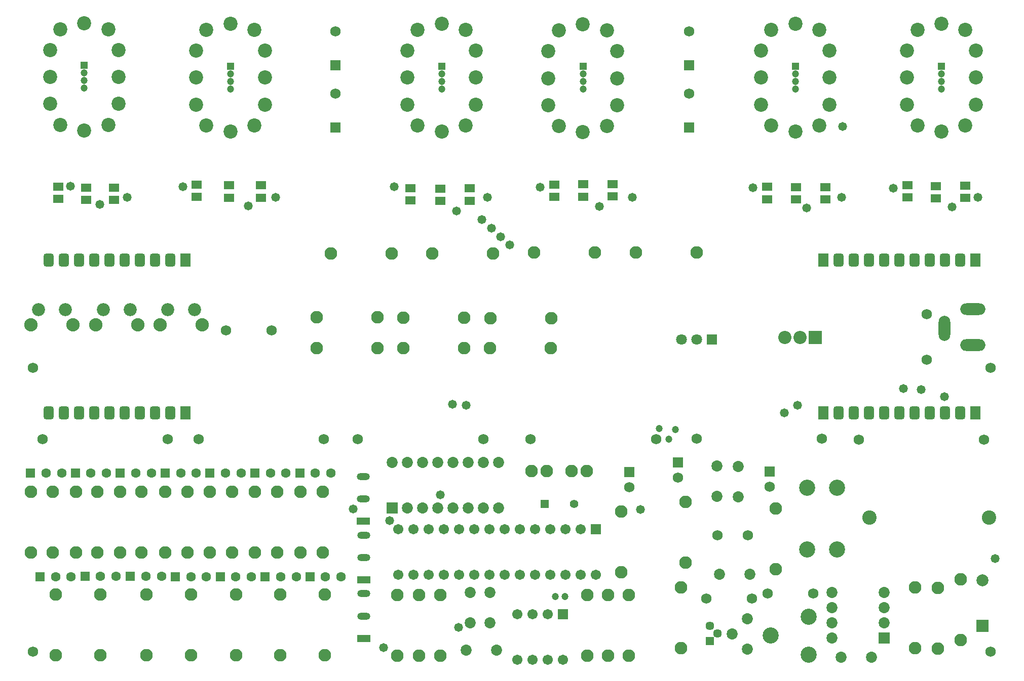
<source format=gbs>
G04 Layer_Color=8150272*
%FSAX24Y24*%
%MOIN*%
G70*
G01*
G75*
%ADD62C,0.0730*%
%ADD63R,0.0572X0.0572*%
%ADD64C,0.0572*%
%ADD65C,0.0830*%
%ADD66C,0.0474*%
%ADD67R,0.0474X0.0474*%
%ADD68R,0.0671X0.0671*%
%ADD69C,0.0671*%
%ADD70C,0.0631*%
%ADD71R,0.0631X0.0631*%
G04:AMPARAMS|DCode=72|XSize=68mil|YSize=88mil|CornerRadius=19mil|HoleSize=0mil|Usage=FLASHONLY|Rotation=180.000|XOffset=0mil|YOffset=0mil|HoleType=Round|Shape=RoundedRectangle|*
%AMROUNDEDRECTD72*
21,1,0.0680,0.0500,0,0,180.0*
21,1,0.0300,0.0880,0,0,180.0*
1,1,0.0380,-0.0150,0.0250*
1,1,0.0380,0.0150,0.0250*
1,1,0.0380,0.0150,-0.0250*
1,1,0.0380,-0.0150,-0.0250*
%
%ADD72ROUNDEDRECTD72*%
%ADD73R,0.0680X0.0880*%
%ADD74O,0.0867X0.0474*%
%ADD75R,0.0867X0.0474*%
%ADD76C,0.0680*%
%ADD77O,0.0769X0.1655*%
%ADD78O,0.1655X0.0780*%
%ADD79O,0.1655X0.0769*%
%ADD80C,0.0946*%
%ADD81C,0.0789*%
%ADD82R,0.0789X0.0789*%
%ADD83C,0.0690*%
%ADD84C,0.1064*%
%ADD85C,0.0710*%
%ADD86R,0.0710X0.0710*%
%ADD87R,0.0867X0.0867*%
%ADD88C,0.0867*%
%ADD89R,0.0730X0.0730*%
%ADD90R,0.0552X0.0552*%
%ADD91C,0.0552*%
%ADD92C,0.0930*%
%ADD93C,0.0860*%
%ADD94C,0.0880*%
%ADD95R,0.0680X0.0680*%
%ADD96C,0.0580*%
%ADD97R,0.0690X0.0572*%
D62*
X057848Y013190D02*
D03*
X056842Y012190D02*
D03*
X057848Y011190D02*
D03*
X039606Y014937D02*
D03*
Y012937D02*
D03*
X066000Y010669D02*
D03*
X064000D02*
D03*
X056008Y016142D02*
D03*
X058008D02*
D03*
X040905Y014937D02*
D03*
Y012937D02*
D03*
X039315Y011142D02*
D03*
X041315D02*
D03*
X034453Y023508D02*
D03*
X035453D02*
D03*
Y020508D02*
D03*
X036453D02*
D03*
X037453D02*
D03*
X038453D02*
D03*
X039453D02*
D03*
X040453D02*
D03*
X036453Y023508D02*
D03*
X037453D02*
D03*
X038453D02*
D03*
X039453D02*
D03*
X040453D02*
D03*
X041453D02*
D03*
Y020508D02*
D03*
X055827Y023283D02*
D03*
Y021283D02*
D03*
X057244Y023244D02*
D03*
Y021244D02*
D03*
X066843Y012925D02*
D03*
Y014925D02*
D03*
X063388D02*
D03*
Y013925D02*
D03*
Y012925D02*
D03*
Y011925D02*
D03*
X066843Y013925D02*
D03*
D63*
X055360Y011750D02*
D03*
D64*
X055860Y012250D02*
D03*
X055360Y012750D02*
D03*
D65*
X047802Y037323D02*
D03*
X043802D02*
D03*
X048661Y014756D02*
D03*
Y010756D02*
D03*
X015079Y017567D02*
D03*
Y021567D02*
D03*
X012126Y017567D02*
D03*
Y021567D02*
D03*
X012323Y010795D02*
D03*
Y014795D02*
D03*
X015276Y010795D02*
D03*
Y014795D02*
D03*
X018307Y010795D02*
D03*
Y014795D02*
D03*
X021221Y010795D02*
D03*
Y014795D02*
D03*
X024213Y010795D02*
D03*
Y014795D02*
D03*
X027087Y010795D02*
D03*
Y014795D02*
D03*
X030039Y010795D02*
D03*
Y014795D02*
D03*
X017953Y017567D02*
D03*
Y021567D02*
D03*
X020984Y017567D02*
D03*
Y021567D02*
D03*
X023937Y017567D02*
D03*
Y021567D02*
D03*
X026890Y017567D02*
D03*
Y021567D02*
D03*
X029882Y017567D02*
D03*
Y021567D02*
D03*
X013661Y017567D02*
D03*
Y021567D02*
D03*
X016575Y017567D02*
D03*
Y021567D02*
D03*
X019528Y017567D02*
D03*
Y021567D02*
D03*
X022480Y017567D02*
D03*
Y021567D02*
D03*
X025433Y017567D02*
D03*
Y021567D02*
D03*
X028425Y017567D02*
D03*
Y021567D02*
D03*
X071850Y015819D02*
D03*
Y011819D02*
D03*
X068858Y015268D02*
D03*
Y011268D02*
D03*
X070354Y011228D02*
D03*
Y015228D02*
D03*
X037638Y014756D02*
D03*
Y010756D02*
D03*
X036220Y014756D02*
D03*
Y010756D02*
D03*
X034803Y014756D02*
D03*
Y010756D02*
D03*
X035197Y031027D02*
D03*
X039197D02*
D03*
X033489Y031027D02*
D03*
X029489D02*
D03*
Y033074D02*
D03*
X033489D02*
D03*
X039197Y033035D02*
D03*
X035197D02*
D03*
X044906Y031027D02*
D03*
X040906D02*
D03*
X040945Y032995D02*
D03*
X044945D02*
D03*
X053450Y011270D02*
D03*
Y015270D02*
D03*
X053780Y020898D02*
D03*
Y016898D02*
D03*
X047283Y014756D02*
D03*
Y010756D02*
D03*
X050039Y010756D02*
D03*
Y014756D02*
D03*
X049528Y020268D02*
D03*
Y016268D02*
D03*
X059685Y016465D02*
D03*
Y020465D02*
D03*
X034416Y037283D02*
D03*
X030416D02*
D03*
X041109D02*
D03*
X037109D02*
D03*
X054495Y037323D02*
D03*
X050495D02*
D03*
X010709Y017567D02*
D03*
Y021567D02*
D03*
X044634Y022953D02*
D03*
X043634D02*
D03*
X047272D02*
D03*
X046272D02*
D03*
D66*
X045827Y014685D02*
D03*
X045197D02*
D03*
X060984Y049106D02*
D03*
Y048606D02*
D03*
Y048106D02*
D03*
X047047Y048106D02*
D03*
Y048606D02*
D03*
Y049106D02*
D03*
X037717Y048106D02*
D03*
Y048606D02*
D03*
Y049106D02*
D03*
X023819Y048106D02*
D03*
Y048606D02*
D03*
Y049106D02*
D03*
X014213Y048185D02*
D03*
Y048685D02*
D03*
Y049185D02*
D03*
X070591Y049106D02*
D03*
Y048606D02*
D03*
Y048106D02*
D03*
X053110Y025669D02*
D03*
X052677Y025039D02*
D03*
X052047Y025748D02*
D03*
D67*
X060984Y049606D02*
D03*
X047047Y049606D02*
D03*
X037717D02*
D03*
X023819D02*
D03*
X014213Y049685D02*
D03*
X070591Y049606D02*
D03*
D68*
X047878Y019098D02*
D03*
X045713Y013508D02*
D03*
D69*
X046878Y019098D02*
D03*
X045878D02*
D03*
X044878D02*
D03*
X043878D02*
D03*
X042878D02*
D03*
X041878D02*
D03*
X040878D02*
D03*
X039878D02*
D03*
X038878D02*
D03*
X037878D02*
D03*
X036878D02*
D03*
X035878D02*
D03*
X034878D02*
D03*
X047878Y016098D02*
D03*
X046878D02*
D03*
X045878D02*
D03*
X044878D02*
D03*
X043878D02*
D03*
X042878D02*
D03*
X041878D02*
D03*
X040878D02*
D03*
X039878D02*
D03*
X038878D02*
D03*
X037878D02*
D03*
X036878D02*
D03*
X035878D02*
D03*
X034878D02*
D03*
X042713Y010508D02*
D03*
X043713D02*
D03*
X044713D02*
D03*
X045713D02*
D03*
X042713Y013508D02*
D03*
X043713D02*
D03*
X044713D02*
D03*
D70*
X018268Y015999D02*
D03*
X019292D02*
D03*
X015276D02*
D03*
X016300D02*
D03*
X021220Y015984D02*
D03*
X022244D02*
D03*
X024173D02*
D03*
X025197D02*
D03*
X027126D02*
D03*
X028150D02*
D03*
X030079D02*
D03*
X031102D02*
D03*
X012323D02*
D03*
X013346D02*
D03*
X021575Y022795D02*
D03*
X020551D02*
D03*
X030433D02*
D03*
X029409D02*
D03*
X027480D02*
D03*
X026457D02*
D03*
X024528D02*
D03*
X023504D02*
D03*
X018622D02*
D03*
X017598D02*
D03*
X015669D02*
D03*
X014646D02*
D03*
X012717D02*
D03*
X011693D02*
D03*
D71*
X017245Y015999D02*
D03*
X014253D02*
D03*
X020197Y015984D02*
D03*
X023150D02*
D03*
X026102D02*
D03*
X029055D02*
D03*
X011299D02*
D03*
X019528Y022795D02*
D03*
X028386D02*
D03*
X025433D02*
D03*
X022480D02*
D03*
X016575D02*
D03*
X013622D02*
D03*
X010669D02*
D03*
D72*
X013866Y026772D02*
D03*
X014866D02*
D03*
X015866D02*
D03*
X016866D02*
D03*
X017866D02*
D03*
X018866D02*
D03*
X019866D02*
D03*
X012866D02*
D03*
X065835D02*
D03*
X066835D02*
D03*
X067835D02*
D03*
X068835D02*
D03*
X069835D02*
D03*
X070835D02*
D03*
X071835D02*
D03*
X064835D02*
D03*
X063835D02*
D03*
X065835Y036850D02*
D03*
X066835D02*
D03*
X067835D02*
D03*
X068835D02*
D03*
X069835D02*
D03*
X070835D02*
D03*
X071835D02*
D03*
X064835D02*
D03*
X063835D02*
D03*
X013850D02*
D03*
X014850D02*
D03*
X015850D02*
D03*
X016850D02*
D03*
X017850D02*
D03*
X018850D02*
D03*
X019850D02*
D03*
X012850D02*
D03*
X011850D02*
D03*
X011866Y026772D02*
D03*
D73*
X020866D02*
D03*
X062835D02*
D03*
X072835D02*
D03*
X062835Y036850D02*
D03*
X072835D02*
D03*
X020850D02*
D03*
D74*
X032598Y018720D02*
D03*
Y017244D02*
D03*
X032559Y022579D02*
D03*
Y021102D02*
D03*
X032598Y014862D02*
D03*
Y013386D02*
D03*
D75*
X032598Y015768D02*
D03*
X032559Y019626D02*
D03*
X032598Y011909D02*
D03*
D76*
X010827Y011024D02*
D03*
X073819D02*
D03*
X010827Y029724D02*
D03*
X073819D02*
D03*
X011451Y025039D02*
D03*
X019701D02*
D03*
X021726D02*
D03*
X029976D02*
D03*
X032199D02*
D03*
X040449D02*
D03*
X043577D02*
D03*
X051827D02*
D03*
X054482Y025079D02*
D03*
X062732D02*
D03*
X026535Y032205D02*
D03*
X023543D02*
D03*
X065152Y025000D02*
D03*
X073402D02*
D03*
X057850Y018701D02*
D03*
X055850D02*
D03*
X030748Y051890D02*
D03*
Y047795D02*
D03*
X054012Y051894D02*
D03*
Y047799D02*
D03*
X050079Y021874D02*
D03*
X053268Y022504D02*
D03*
X059291Y021913D02*
D03*
D77*
X070800Y032342D02*
D03*
D78*
X072650Y031240D02*
D03*
D79*
Y033602D02*
D03*
D80*
X073740Y019882D02*
D03*
X065866D02*
D03*
D81*
X073307Y015752D02*
D03*
D82*
Y012752D02*
D03*
D83*
X062169Y014882D02*
D03*
X059169D02*
D03*
X058140Y014550D02*
D03*
X055140D02*
D03*
X069620Y030260D02*
D03*
Y033260D02*
D03*
D84*
X061880Y010840D02*
D03*
Y013340D02*
D03*
X059380Y012090D02*
D03*
X061772Y017756D02*
D03*
X063740D02*
D03*
X061772Y021850D02*
D03*
X063740D02*
D03*
D85*
X053497Y031593D02*
D03*
X054497D02*
D03*
D86*
X055497D02*
D03*
D87*
X062310Y031740D02*
D03*
D88*
X061310D02*
D03*
X060310D02*
D03*
D89*
X034453Y020508D02*
D03*
X066843Y011925D02*
D03*
D90*
X044512Y020787D02*
D03*
D91*
X046433D02*
D03*
D92*
X025394Y045709D02*
D03*
X026083Y047087D02*
D03*
Y048858D02*
D03*
Y050630D02*
D03*
X025394Y052008D02*
D03*
X023819Y052402D02*
D03*
X022244Y052008D02*
D03*
X021555Y050630D02*
D03*
Y048858D02*
D03*
Y047087D02*
D03*
X022244Y045709D02*
D03*
X023819Y045315D02*
D03*
X015787Y045748D02*
D03*
X016476Y047126D02*
D03*
Y048898D02*
D03*
Y050669D02*
D03*
X015787Y052047D02*
D03*
X014213Y052441D02*
D03*
X012638Y052047D02*
D03*
X011949Y050669D02*
D03*
Y048898D02*
D03*
Y047126D02*
D03*
X012638Y045748D02*
D03*
X014213Y045354D02*
D03*
X039291Y045709D02*
D03*
X039980Y047087D02*
D03*
Y048858D02*
D03*
Y050630D02*
D03*
X039291Y052008D02*
D03*
X037717Y052402D02*
D03*
X036142Y052008D02*
D03*
X035453Y050630D02*
D03*
Y048858D02*
D03*
Y047087D02*
D03*
X036142Y045709D02*
D03*
X037717Y045315D02*
D03*
X048583Y045669D02*
D03*
X049272Y047047D02*
D03*
Y048819D02*
D03*
Y050591D02*
D03*
X048583Y051969D02*
D03*
X047008Y052362D02*
D03*
X045433Y051969D02*
D03*
X044744Y050591D02*
D03*
Y048819D02*
D03*
Y047047D02*
D03*
X045433Y045669D02*
D03*
X047008Y045276D02*
D03*
X062559Y045709D02*
D03*
X063248Y047087D02*
D03*
Y048858D02*
D03*
Y050630D02*
D03*
X062559Y052008D02*
D03*
X060984Y052402D02*
D03*
X059409Y052008D02*
D03*
X058720Y050630D02*
D03*
Y048858D02*
D03*
Y047087D02*
D03*
X059409Y045709D02*
D03*
X060984Y045315D02*
D03*
X072165Y045709D02*
D03*
X072854Y047087D02*
D03*
Y048858D02*
D03*
Y050630D02*
D03*
X072165Y052008D02*
D03*
X070591Y052402D02*
D03*
X069016Y052008D02*
D03*
X068327Y050630D02*
D03*
Y048858D02*
D03*
Y047087D02*
D03*
X069016Y045709D02*
D03*
X070591Y045315D02*
D03*
D93*
X012972Y033563D02*
D03*
X011201D02*
D03*
X017224D02*
D03*
X015453D02*
D03*
X019705D02*
D03*
X021476D02*
D03*
D94*
X013465Y032579D02*
D03*
X010709D02*
D03*
X017717D02*
D03*
X014961D02*
D03*
X019213D02*
D03*
X021969D02*
D03*
D95*
X030748Y049677D02*
D03*
Y045583D02*
D03*
X054012Y049681D02*
D03*
Y045587D02*
D03*
X050079Y022874D02*
D03*
X053268Y023504D02*
D03*
X059291Y022913D02*
D03*
D96*
X042205Y037835D02*
D03*
X041614Y038386D02*
D03*
X040984Y038937D02*
D03*
X040354Y039488D02*
D03*
X064094Y045630D02*
D03*
X013313Y041693D02*
D03*
X015236Y040512D02*
D03*
X071299Y040350D02*
D03*
X048110Y040354D02*
D03*
X038701Y040079D02*
D03*
X040748Y040984D02*
D03*
X050276D02*
D03*
X064016D02*
D03*
X072992D02*
D03*
X020709Y041654D02*
D03*
X017047Y040984D02*
D03*
X025000Y040394D02*
D03*
X026811Y040984D02*
D03*
X034606Y041654D02*
D03*
X044193Y041634D02*
D03*
X058189Y041614D02*
D03*
X067441Y041575D02*
D03*
X061732Y040276D02*
D03*
X031890Y020433D02*
D03*
X038819Y012638D02*
D03*
X033898Y011299D02*
D03*
X070787Y027835D02*
D03*
X060276Y026772D02*
D03*
X069252Y028307D02*
D03*
X068110Y028386D02*
D03*
X061142Y027283D02*
D03*
X039331D02*
D03*
X038425Y027323D02*
D03*
X074134Y017165D02*
D03*
X034291Y019685D02*
D03*
X037638Y021378D02*
D03*
X050787Y020394D02*
D03*
D97*
X047047Y041821D02*
D03*
Y041014D02*
D03*
X037638Y041545D02*
D03*
Y040738D02*
D03*
X014321Y041617D02*
D03*
Y040810D02*
D03*
X023721Y041757D02*
D03*
Y040950D02*
D03*
X012491Y041677D02*
D03*
Y040870D02*
D03*
X016151Y041597D02*
D03*
Y040790D02*
D03*
X021601Y041797D02*
D03*
Y040990D02*
D03*
X025841Y041757D02*
D03*
Y040950D02*
D03*
X035681Y041577D02*
D03*
Y040770D02*
D03*
X039581Y041557D02*
D03*
Y040750D02*
D03*
X045141Y041817D02*
D03*
Y041010D02*
D03*
X048961Y041837D02*
D03*
Y041030D02*
D03*
X059140Y041654D02*
D03*
Y040846D02*
D03*
X061045Y041644D02*
D03*
Y040836D02*
D03*
X062950Y041644D02*
D03*
Y040836D02*
D03*
X068370Y041764D02*
D03*
Y040956D02*
D03*
X070236Y041703D02*
D03*
Y040896D02*
D03*
X072150Y041734D02*
D03*
Y040926D02*
D03*
M02*

</source>
